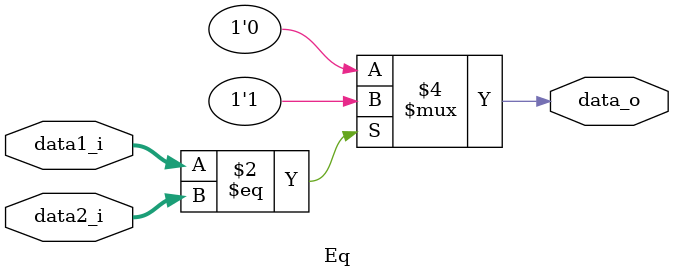
<source format=v>
module Eq(
    data1_i,
    data2_i,
    data_o
);

input	[31:0]	data1_i, data2_i;
output	reg	data_o;

always@(data1_i or data2_i) begin
    if(data1_i == data2_i)
	begin
         data_o <= 1;
	end
    else
	begin
	 data_o <= 0;
	end
end

endmodule

</source>
